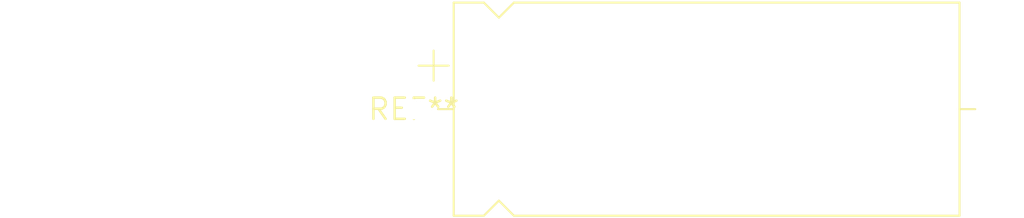
<source format=kicad_pcb>
(kicad_pcb (version 20240108) (generator pcbnew)
  (layers (0 "F.Cu" signal) (31 "B.Cu" signal) (34 "B.Paste" user) (35 "F.Paste" user) (36 "B.SilkS" user "B.Silkscreen") (37 "F.SilkS" user "F.Silkscreen") (38 "B.Mask" user) (39 "F.Mask" user) (44 "Edge.Cuts" user))
  (net 0 "")
  (footprint "CP_Axial_L30.0mm_D12.5mm_P35.00mm_Horizontal" (layer "F.Cu") (at 0 0)
    (property "Reference" "REF**")
    (property "Value" "CP_Axial_L30.0mm_D12.5mm_P35.00mm_Horizontal")
    (fp_line (start 0.28 -2.6) (end 2.08 -2.6) (layer "F.SilkS") (stroke (width 0.12)))
    (fp_line (start 1.18 -3.5) (end 1.18 -1.7) (layer "F.SilkS") (stroke (width 0.12)))
    (fp_line (start 1.44 0) (end 2.38 0) (layer "F.SilkS") (stroke (width 0.12)))
    (fp_line (start 2.38 -6.37) (end 2.38 6.37) (layer "F.SilkS") (stroke (width 0.12)))
    (fp_line (start 2.38 -6.37) (end 4.18 -6.37) (layer "F.SilkS") (stroke (width 0.12)))
    (fp_line (start 2.38 6.37) (end 4.18 6.37) (layer "F.SilkS") (stroke (width 0.12)))
    (fp_line (start 4.18 -6.37) (end 5.08 -5.47) (layer "F.SilkS") (stroke (width 0.12)))
    (fp_line (start 4.18 6.37) (end 5.08 5.47) (layer "F.SilkS") (stroke (width 0.12)))
    (fp_line (start 5.08 -5.47) (end 5.98 -6.37) (layer "F.SilkS") (stroke (width 0.12)))
    (fp_line (start 5.08 5.47) (end 5.98 6.37) (layer "F.SilkS") (stroke (width 0.12)))
    (fp_line (start 5.98 -6.37) (end 32.62 -6.37) (layer "F.SilkS") (stroke (width 0.12)))
    (fp_line (start 5.98 6.37) (end 32.62 6.37) (layer "F.SilkS") (stroke (width 0.12)))
    (fp_line (start 32.62 -6.37) (end 32.62 6.37) (layer "F.SilkS") (stroke (width 0.12)))
    (fp_line (start 33.56 0) (end 32.62 0) (layer "F.SilkS") (stroke (width 0.12)))
    (pad "1" thru_hole rect (at 0 0) (size 2.4 2.4) (drill 1.2) (layers *.Cu *.Mask) (remove_unused_layers))
    (pad "2" thru_hole oval (at 35 0) (size 2.4 2.4) (drill 1.2) (layers *.Cu *.Mask) (remove_unused_layers))
  )
)
</source>
